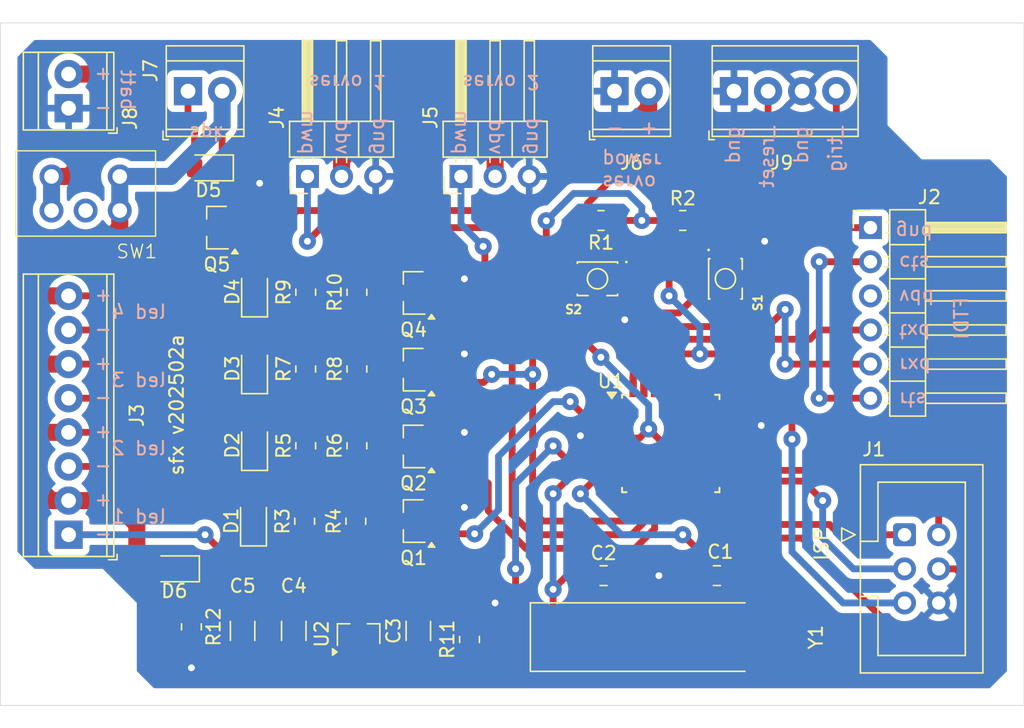
<source format=kicad_pcb>
(kicad_pcb (version 20240108) (generator "pcbnew") (generator_version "8.0")
  (layers (0 "F.Cu" signal) (31 "B.Cu" signal) (34 "B.Paste" user) (35 "F.Paste" user) (36 "B.SilkS" user "B.Silkscreen") (37 "F.SilkS" user "F.Silkscreen") (38 "B.Mask" user) (39 "F.Mask" user) (44 "Edge.Cuts" user))
  (net 0 "")
  (net 1 "GND")
  (net 2 "/xtal2")
  (net 3 "/xtal1")
  (net 4 "VDD")
  (net 5 "Net-(D6-K)")
  (net 6 "Net-(D1-K)")
  (net 7 "+BATT")
  (net 8 "Net-(D2-K)")
  (net 9 "Net-(D3-K)")
  (net 10 "Net-(D4-K)")
  (net 11 "/spk_pd")
  (net 12 "/_reset")
  (net 13 "/MOSI")
  (net 14 "/MISO")
  (net 15 "/SCK")
  (net 16 "/ftdi_Gnd")
  (net 17 "/ftdi_RXD")
  (net 18 "/ftdi_TXD")
  (net 19 "/ftdi_RTS")
  (net 20 "/ftdi_CTS")
  (net 21 "/ftdi_VDD")
  (net 22 "/led1-")
  (net 23 "/led3-")
  (net 24 "/led2-")
  (net 25 "/led4-")
  (net 26 "/ledctl3")
  (net 27 "/VddServo")
  (net 28 "/ledctl4")
  (net 29 "Net-(J8-Pin_2)")
  (net 30 "/trig")
  (net 31 "/RXD")
  (net 32 "/TXD")
  (net 33 "Net-(Q1-D)")
  (net 34 "/ledctl1")
  (net 35 "/ledctl2")
  (net 36 "Net-(Q2-D)")
  (net 37 "Net-(Q3-D)")
  (net 38 "Net-(Q4-D)")
  (net 39 "/spkctl")
  (footprint "NetTie:NetTie-2_SMD_Pad0.5mm" (layer "F.Cu") (at 173.863 75.565)
    (property "Reference" "NT4" (hide yes))
    (property "Value" "NetTie_2" (hide yes))
  )
  (footprint "Resistor_SMD:R_0805_2012Metric_Pad1.20x1.40mm_HandSolder" (layer "F.Cu") (at 125.349 92.583 -90)
    (property "Reference" "R12")
    (property "Value" "220k")
  )
  (footprint "Capacitor_SMD:C_0805_2012Metric_Pad1.18x1.45mm_HandSolder" (layer "F.Cu") (at 164.465 88.773 180)
    (property "Reference" "C1")
    (property "Value" "18p")
  )
  (footprint "NetTie:NetTie-2_SMD_Pad0.5mm" (layer "F.Cu") (at 172.085 62.865)
    (property "Reference" "NT1" (hide yes))
    (property "Value" "NetTie_2" (hide yes))
  )
  (footprint "LED_SMD:LED_0805_2012Metric_Pad1.15x1.40mm_HandSolder" (layer "F.Cu") (at 130.048 79.08 90)
    (property "Reference" "D2")
    (property "Value" "grn")
  )
  (footprint "Connector_PinHeader_2.54mm:PinHeader_1x06_P2.54mm_Horizontal" (layer "F.Cu") (at 175.895 62.865)
    (property "Reference" "J2")
    (property "Value" "FTDI")
  )
  (footprint "Package_TO_SOT_SMD:SOT-23_Handsoldering" (layer "F.Cu") (at 141.883 84.709 180)
    (property "Reference" "Q1")
    (property "Value" "BS170F")
  )
  (footprint "Capacitor_SMD:C_0805_2012Metric_Pad1.18x1.45mm_HandSolder" (layer "F.Cu") (at 156.03 88.773)
    (property "Reference" "C2")
    (property "Value" "18p")
  )
  (footprint "Connector_PinHeader_2.54mm:PinHeader_1x03_P2.54mm_Horizontal" (layer "F.Cu") (at 133.985 59.055 90)
    (property "Reference" "J4")
    (property "Value" "serv1")
  )
  (footprint "Resistor_SMD:R_0805_2012Metric_Pad1.20x1.40mm_HandSolder" (layer "F.Cu") (at 161.925 62.335)
    (property "Reference" "R2")
    (property "Value" "220k")
  )
  (footprint "Resistor_SMD:R_0805_2012Metric_Pad1.20x1.40mm_HandSolder" (layer "F.Cu") (at 133.858 67.675 90)
    (property "Reference" "R9")
    (property "Value" "4k7")
  )
  (footprint "Resistor_SMD:R_0805_2012Metric_Pad1.20x1.40mm_HandSolder" (layer "F.Cu") (at 137.668 79.105 90)
    (property "Reference" "R6")
    (property "Value" "1k")
  )
  (footprint "Package_TO_SOT_SMD:SOT-23_Handsoldering" (layer "F.Cu") (at 141.883 79.155 180)
    (property "Reference" "Q2")
    (property "Value" "BS170F")
  )
  (footprint "LED_SMD:LED_0805_2012Metric_Pad1.15x1.40mm_HandSolder" (layer "F.Cu") (at 129.969 84.7 90)
    (property "Reference" "D1")
    (property "Value" "grn")
  )
  (footprint "Package_TO_SOT_SMD:SOT-23_Handsoldering" (layer "F.Cu") (at 141.883 73.44 180)
    (property "Reference" "Q3")
    (property "Value" "BS170F")
  )
  (footprint "Resistor_SMD:R_0805_2012Metric_Pad1.20x1.40mm_HandSolder" (layer "F.Cu") (at 133.779 84.725 90)
    (property "Reference" "R3")
    (property "Value" "4k7")
  )
  (footprint "Capacitor_SMD:C_1206_3216Metric_Pad1.33x1.80mm_HandSolder" (layer "F.Cu") (at 129.159 92.885 -90)
    (property "Reference" "C5")
    (property "Value" "22u")
  )
  (footprint "Package_TO_SOT_SMD:SOT-23_Handsoldering" (layer "F.Cu") (at 141.883 67.725 180)
    (property "Reference" "Q4")
    (property "Value" "BS170F")
  )
  (footprint "Package_QFP:TQFP-32_7x7mm_P0.8mm" (layer "F.Cu") (at 161.03 78.935)
    (property "Reference" "U1")
    (property "Value" "328P")
  )
  (footprint "Package_TO_SOT_SMD:SOT-23_Handsoldering" (layer "F.Cu") (at 137.795 93.115 90)
    (property "Reference" "U2")
    (property "Value" "reg")
  )
  (footprint "Resistor_SMD:R_0805_2012Metric_Pad1.20x1.40mm_HandSolder" (layer "F.Cu") (at 137.668 73.39 90)
    (property "Reference" "R8")
    (property "Value" "1k")
  )
  (footprint "switch-smt-pb-Omron-B3U_1100P:SW_B3U-1100P" (layer "F.Cu") (at 155.575 66.675)
    (property "Reference" "S2")
    (property "Value" "rst")
  )
  (footprint "Resistor_SMD:R_0805_2012Metric_Pad1.20x1.40mm_HandSolder" (layer "F.Cu") (at 137.668 67.675 90)
    (property "Reference" "R10")
    (property "Value" "1k")
  )
  (footprint "NetTie:NetTie-2_SMD_Pad0.5mm" (layer "F.Cu") (at 172.593 73.025)
    (property "Reference" "NT3" (hide yes))
    (property "Value" "NetTie_2" (hide yes))
  )
  (footprint "Connector_PinHeader_2.54mm:PinHeader_1x03_P2.54mm_Horizontal" (layer "F.Cu") (at 145.415 59.055 90)
    (property "Reference" "J5")
    (property "Value" "serv2")
  )
  (footprint "Capacitor_SMD:C_1206_3216Metric_Pad1.33x1.80mm_HandSolder" (layer "F.Cu") (at 132.969 92.885 -90)
    (property "Reference" "C4")
    (property "Value" "22u")
  )
  (footprint "Capacitor_SMD:C_1206_3216Metric_Pad1.33x1.80mm_HandSolder" (layer "F.Cu") (at 142.24 92.885 90)
    (property "Reference" "C3")
    (property "Value" "10u")
  )
  (footprint "TerminalBlock_TE-Connectivity:TerminalBlock_TE_282834-8_1x08_P2.54mm_Horizontal" (layer "F.Cu") (at 116.205 85.725 90)
    (property "Reference" "J3")
    (property "Value" "LEDs")
  )
  (footprint "LED_SMD:LED_0805_2012Metric_Pad1.15x1.40mm_HandSolder" (layer "F.Cu") (at 130.048 73.365 90)
    (property "Reference" "D3")
    (property "Value" "grn")
  )
  (footprint "Diode_SMD:D_0805_2012Metric_Pad1.15x1.40mm_HandSolder" (layer "F.Cu") (at 124.079 88.265 180)
    (property "Reference" "D6")
    (property "Value" "sch")
  )
  (footprint "TerminalBlock_TE-Connectivity:TerminalBlock_TE_282834-2_1x02_P2.54mm_Horizontal" (layer "F.Cu") (at 156.845 52.705)
    (property "Reference" "J6")
    (property "Value" "servo")
  )
  (footprint "Resistor_SMD:R_0805_2012Metric_Pad1.20x1.40mm_HandSolder" (layer "F.Cu") (at 155.84 62.335 180)
    (property "Reference" "R1")
    (property "Value" "47k")
  )
  (footprint "Resistor_SMD:R_0805_2012Metric_Pad1.20x1.40mm_HandSolder" (layer "F.Cu") (at 133.858 79.105 90)
    (property "Reference" "R5")
    (property "Value" "4k7")
  )
  (footprint "switch-smt-pb-Omron-B3U_1100P:SW_B3U-1100P" (layer "F.Cu") (at 165.1 66.675 90)
    (property "Reference" "S1")
    (property "Value" "trig")
  )
  (footprint "MountingHole:MountingHole_3.5mm" (layer "F.Cu") (at 117.475 92.075 90)
    (property "Reference" "REF**" (hide yes))
    (property "Value" "MountingHole_3.5mm")
  )
  (footprint "LED_SMD:LED_0805_2012Metric_Pad1.15x1.40mm_HandSolder" (layer "F.Cu") (at 130.048 67.65 90)
    (property "Reference" "D4")
    (property "Value" "grn")
  )
  (footprint "Crystal:Crystal_SMD_HC49-SD_HandSoldering" (layer "F.Cu") (at 160.655 93.345)
    (property "Reference" "Y1")
    (property "Value" "16MHz")
  )
  (footprint "sw_ES02MCBE:Switch_Slide_SPST_CK_ES02MCBE" (layer "F.Cu") (at 114.935 61.595 90)
    (property "Reference" "SW1")
    (property "Value" "power")
  )
  (footprint "Package_TO_SOT_SMD:SOT-23_Handsoldering" (layer "F.Cu") (at 127.245 62.865 180)
    (property "Reference" "Q5")
    (property "Value" "BS170F")
  )
  (footprint "MountingHole:MountingHole_3.5mm" (layer "F.Cu") (at 180.975 53.975 -90)
    (property "Reference" "REF**" (hide yes))
    (property "Value" "MountingHole_3.5mm")
  )
  (footprint "Connector_IDC:IDC-Header_2x03_P2.54mm_Vertical" (layer "F.Cu") (at 178.435 85.725)
    (property "Reference" "J1")
    (property "Value" "ISP")
  )
  (footprint "Resistor_SMD:R_0805_2012Metric_Pad1.20x1.40mm_HandSolder" (layer "F.Cu") (at 133.858 73.39 90)
    (property "Reference" "R7")
    (property "Value" "4k7")
  )
  (footprint "Resistor_SMD:R_0805_2012Metric_Pad1.20x1.40mm_HandSolder" (layer "F.Cu") (at 137.589 84.725 90)
    (property "Reference" "R4")
    (property "Value" "1k")
  )
  (footprint "Resistor_SMD:R_0805_2012Metric_Pad1.20x1.40mm_HandSolder" (layer "F.Cu") (at 146.05 93.52 90)
    (property "Reference" "R11")
    (property "Value" "220k")
  )
  (footprint "TerminalBlock_TE-Connectivity:TerminalBlock_TE_282834-2_1x02_P2.54mm_Horizontal" (layer "F.Cu") (at 125.095 52.705)
    (property "Reference" "J7")
    (property "Value" "spk")
  )
  (footprint "NetTie:NetTie-2_SMD_Pad0.5mm" (layer "F.Cu") (at 172.593 70.485)
    (property "Reference" "NT2" (hide yes))
    (property "Value" "NetTie_2" (hide yes))
  )
  (footprint "TerminalBlock_TE-Connectivity:TerminalBlock_TE_282834-2_1x02_P2.54mm_Horizontal" (layer "F.Cu") (at 116.205 53.975 90)
    (property "Reference" "J8")
    (property "Value" "batt")
  )
  (footprint "Diode_SMD:D_0805_2012Metric_Pad1.15x1.40mm_HandSolder" (layer "F.Cu") (at 126.61 58.42 180)
    (property "Reference" "D5")
    (property "Value" "sch")
  )
  (footprint "TerminalBlock_TE-Connectivity:TerminalBlock_TE_282834-4_1x04_P2.54mm_Horizontal" (layer "F.Cu") (at 165.735 52.705)
    (property "Reference" "J9")
    (property "Value" "switch")
  )
  (gr_rect (start 111.125 47.625) (end 187.325 98.425) (stroke (width 0.05)) (fill none) (layer "Edge.Cuts"))
  (gr_text "led 3" (at 123.571 74.803 0) (layer "B.SilkS") (effects (font (size 1.016 1.016) (thickness 0.1524)) (justify left bottom mirror)))
  (gr_text "_trig" (at 173.863 55.245 90) (layer "B.SilkS") (effects (font (size 1.016 1.016) (thickness 0.1524)) (justify left bottom mirror)))
  (gr_text "+" (at 119.507 73.533 0) (layer "B.SilkS") (effects (font (size 1.016 1.016) (thickness 0.1524)) (justify left bottom mirror)))
  (gr_text "FTDI" (at 183.261 67.945 90) (layer "B.SilkS") (effects (font (size 1.016 1.016) (thickness 0.1524)) (justify left bottom mirror)))
  (gr_text "vdd" (at 147.447 57.531 -90) (layer "B.SilkS") (effects (font (size 1.016 1.016) (thickness 0.1524)) (justify left bottom mirror)))
  (gr_text "pwm" (at 133.477 57.531 -90) (layer "B.SilkS") (effects (font (size 1.016 1.016) (thickness 0.1524)) (justify left bottom mirror)))
  (gr_text "+" (at 160.147 56.007 0) (layer "B.SilkS") (effects (font (size 1.016 1.016) (thickness 0.1524)) (justify left bottom mirror)))
  (gr_text "vdd" (at 136.017 57.531 -90) (layer "B.SilkS") (effects (font (size 1.016 1.016) (thickness 0.1524)) (justify left bottom mirror)))
  (gr_text "txd" (at 177.927 69.977 180) (layer "B.SilkS") (effects (font (size 1.016 1.016) (thickness 0.1524)) (justify left bottom mirror)))
  (gr_text "-" (at 119.507 76.073 0) (layer "B.SilkS") (effects (font (size 1.016 1.016) (thickness 0.1524)) (justify left bottom mirror)))
  (gr_text "led 2" (at 123.571 79.883 0) (layer "B.SilkS") (effects (font (size 1.016 1.016) (thickness 0.1524)) (justify left bottom mirror)))
  (gr_text "+" (at 119.507 78.613 0) (layer "B.SilkS") (effects (font (size 1.016 1.016) (thickness 0.1524)) (justify left bottom mirror)))
  (gr_text "servo 2" (at 145.415 51.435 180) (layer "B.SilkS") (effects (font (size 1.016 1.016) (thickness 0.1524)) (justify left bottom mirror)))
  (gr_text "gnd" (at 171.323 55.245 90) (layer "B.SilkS") (effects (font (size 1.016 1.016) (thickness 0.1524)) (justify left bottom mirror)))
  (gr_text "-" (at 119.507 70.993 0) (layer "B.SilkS") (effects (font (size 1.016 1.016) (thickness 0.1524)) (justify left bottom mirror)))
  (gr_text "servo 1" (at 133.985 51.435 180) (layer "B.SilkS") (effects (font (size 1.016 1.016) (thickness 0.1524)) (justify left bottom mirror)))
  (gr_text "gnd" (at 138.811 57.531 -90) (layer "B.SilkS") (effects (font (size 1.016 1.016) (thickness 0.1524)) (justify left bottom mirror)))
  (gr_text "gnd" (at 166.243 55.245 90) (layer "B.SilkS") (effects (font (size 1.016 1.016) (thickness 0.1524)) (justify left bottom mirror)))
  (gr_text "spk" (at 125.095 55.245 180) (layer "B.SilkS") (effects (font (size 1.016 1.016) (thickness 0.1524)) (justify left bottom mirror)))
  (gr_text "gnd" (at 150.241 57.531 -90) (layer "B.SilkS") (effects (font (size 1.016 1.016) (thickness 0.1524)) (justify left bottom mirror)))
  (gr_text "rxd" (at 177.927 72.517 180) (layer "B.SilkS") (effects (font (size 1.016 1.016) (thickness 0.1524)) (justify left bottom mirror)))
  (gr_text "gnd" (at 177.673 62.611 180) (layer "B.SilkS") (effects (font (size 1.016 1.016) (thickness 0.1524)) (justify left bottom mirror)))
  (gr_text "-" (at 119.507 54.483 0) (layer "B.SilkS") (effects (font (size 1.016 1.016) (thickness 0.1524)) (justify left bottom mirror)))
  (gr_text "cts" (at 177.927 64.897 180) (layer "B.SilkS") (effects (font (size 1.016 1.016) (thickness 0.1524)) (justify left bottom mirror)))
  (gr_text "pwm" (at 144.907 57.531 -90) (layer "B.SilkS") (effects (font (size 1.016 1.016) (thickness 0.1524)) (justify left bottom mirror)))
  (gr_text "led 1" (at 123.571 84.963 0) (layer "B.SilkS") (effects (font (size 1.016 1.016) (thickness 0.1524)) (justify left bottom mirror)))
  (gr_text "servo\npower" (at 155.829 57.277 180) (layer "B.SilkS") (effects (font (size 1.016 1.016) (thickness 0.1524)) (justify left bottom mirror)))
  (gr_text "-" (at 157.607 56.007 0) (layer "B.SilkS") (effects (font (size 1.016 1.016) (thickness 0.1524)) (justify left bottom mirror)))
  (gr_text "rts" (at 177.927 75.057 180) (layer "B.SilkS") (effects (font (size 1.016 1.016) (thickness 0.1524)) (justify left bottom mirror)))
  (gr_text "batt" (at 120.015 54.229 -90) (layer "B.SilkS") (effects (font (size 1.016 1.016) (thickness 0.1524)) (justify left bottom mirror)))
  (gr_text "+" (at 119.507 51.943 0) (layer "B.SilkS") (effects (font (size 1.016 1.016) (thickness 0.1524)) (justify left bottom mirror)))
  (gr_text "led 4" (at 123.571 69.723 0) (layer "B.SilkS") (effects (font (size 1.016 1.016) (thickness 0.1524)) (justify left bottom mirror)))
  (gr_text "+" (at 119.507 83.693 0) (layer "B.SilkS") (effects (font (size 1.016 1.016) (thickness 0.1524)) (justify left bottom mirror)))
  (gr_text "-" (at 119.507 86.233 0) (layer "B.SilkS") (effects (font (size 1.016 1.016) (thickness 0.1524)) (justify left bottom mirror)))
  (gr_text "+" (at 119.507 68.453 0) (layer "B.SilkS") (effects (font (size 1.016 1.016) (thickness 0.1524)) (justify left bottom mirror)))
  (gr_text "_reset" (at 168.783 55.245 90) (layer "B.SilkS") (effects (font (size 1.016 1.016) (thickness 0.1524)) (justify left bottom mirror)))
  (gr_text "vdd" (at 177.927 67.437 180) (layer "B.SilkS") (effects (font (size 1.016 1.016) (thickness 0.1524)) (justify left bottom mirror)))
  (gr_text "-" (at 119.507 81.153 0) (layer "B.SilkS") (effects (font (size 1.016 1.016) (thickness 0.1524)) (justify left bottom mirror)))
  (gr_text "sfx v202502a" (at 124.841 81.407 90) (layer "F.SilkS") (effects (font (size 1.016 1.016) (thickness 0.1524)) (justify left bottom)))
  (gr_text "ISP" (at 172.847 87.757 90) (layer "F.SilkS") (effects (font (size 1.016 1.016) (thickness 0.1524)) (justify left bottom)))
  (segment (start 170.569 63.881) (end 171.585 62.865) (width 0.508) (layer "F.Cu") (net 1))
  (segment (start 157.607 69.723) (end 158.369 68.961) (width 0.508) (layer "F.Cu") (net 1))
  (segment (start 143.383 78.205) (end 145.569 78.205) (width 0.508) (layer "F.Cu") (net 1))
  (segment (start 145.569 66.775) (end 143.383 66.775) (width 0.508) (layer "F.Cu") (net 1))
  (segment (start 155.281 79.335) (end 154.305 78.359) (width 0.508) (layer "F.Cu") (net 1))
  (segment (start 126.349 94.615) (end 128.9915 94.615) (width 0.508) (layer "F.Cu") (net 1))
  (segment (start 146.05 91.186) (end 146.431 90.805) (width 0.508) (layer "F.Cu") (net 1))
  (segment (start 165.28 78.535) (end 166.829 78.535) (width 0.508) (layer "F.Cu") (net 1))
  (segment (start 168.021 63.881) (end 170.569 63.881) (width 0.508) (layer "F.Cu") (net 1))
  (segment (start 132.969 94.4475) (end 132.8825 94.4475) (width 0.508) (layer "F.Cu") (net 1))
  (segment (start 165.1 64.775) (end 165.1 64.77) (width 0.508) (layer "F.Cu") (net 1))
  (segment (start 165.1 64.77) (end 165.989 63.881) (width 0.508) (layer "F.Cu") (net 1))
  (segment (start 125.349 93.583) (end 125.349 93.615) (width 0.508) (layer "F.Cu") (net 1))
  (segment (start 136.845 95.057) (end 136.779 95.123) (width 0.508) (layer "F.Cu") (net 1))
  (segment (start 145.442 72.49) (end 145.669 72.263) (width 0.508) (layer "F.Cu") (net 1))
  (segment (start 160.147 88.773) (end 163.4275 88.773) (width 0.508) (layer "F.Cu") (net 1))
  (segment (start 143.383 83.759) (end 145.603 83.759) (width 0.508) (layer "F.Cu") (net 1))
  (segment (start 132.8825 94.4475) (end 132.207 95.123) (width 0.508) (layer "F.Cu") (net 1))
  (segment (start 166.829 78.535) (end 167.767 77.597) (width 0.508) (layer "F.Cu") (net 1))
  (segment (start 158.369 68.961) (end 158.369 67.569) (width 0.508) (layer "F.Cu") (net 1))
  (segment (start 168.021 65.913) (end 168.021 63.881) (width 0.508) (layer "F.Cu") (net 1))
  (segment (start 145.669 66.675) (end 145.569 66.775) (width 0.508) (layer "F.Cu") (net 1))
  (segment (start 156.78 77.735) (end 154.929 77.735) (width 0.508) (layer "F.Cu") (net 1))
  (segment (start 158.369 67.569) (end 157.475 66.675) (width 0.508) (layer "F.Cu") (net 1))
  (segment (start 145.569 78.205) (end 145.669 78.105) (width 0.508) (layer "F.Cu") (net 1))
  (segment (start 126.349 94.615) (end 126.349 94.631) (width 0.508) (layer "F.Cu") (net 1))
  (segment (start 157.0675 88.773) (end 160.147 88.773) (width 0.508) (layer "F.Cu") (net 1))
  (segment (start 133.6445 95.123) (end 132.969 94.4475) (width 0.508) (layer "F.Cu") (net 1))
  (segment (start 126.349 94.631) (end 125.349 95.631) (width 0.508) (layer "F.Cu") (net 1))
  (segment (start 156.78 79.335) (end 155.281 79.335) (width 0.508) (layer "F.Cu") (net 1))
  (segment (start 136.779 95.123) (end 133.6445 95.123) (width 0.508) (layer "F.Cu") (net 1))
  (segment (start 125.349 93.615) (end 126.349 94.615) (width 0.508) (layer "F.Cu") (net 1))
  (segment (start 146.05 91.186) (end 145.669 90.805) (width 0.508) (layer "F.Cu") (net 1))
  (segment (start 155.575 68.961) (end 155.575 68.475) (width 0.508) (layer "F.Cu") (net 1))
  (segment (start 132.207 95.123) (end 129.8345 95.123) (width 0.508) (layer "F.Cu") (net 1))
  (segment (start 168.021 63.881) (end 165.989 63.881) (width 0.508) (layer "F.Cu") (net 1))
  (segment (start 128.9915 94.615) (end 129.159 94.4475) (width 0.508) (layer "F.Cu") (net 1))
  (segment (start 142.6115 91.3225) (end 142.24 91.3225) (width 0.508) (layer "F.Cu") (net 1))
  (segment (start 130.429 61.341) (end 130.429 59.563) (width 0.508) (layer "F.Cu") (net 1))
  (segment (start 129.8345 95.123) (end 129.159 94.4475) (width 0.508) (layer "F.Cu") (net 1))
  (segment (start 128.745 61.915) (end 129.855 61.915) (width 0.508) (layer "F.Cu") (net 1))
  (segment (start 143.383 72.49) (end 145.442 72.49) (width 0.508) (layer "F.Cu") (net 1))
  (segment (start 145.669 90.805) (end 143.129 90.805) (width 0.508) (layer "F.Cu") (net 1))
  (segment (start 146.431 90.805) (end 147.955 90.805) (width 0.508) (layer "F.Cu") (net 1))
  (segment (start 156.337 69.723) (end 155.575 68.961) (width 0.508) (layer "F.Cu") (net 1))
  (segment (start 129.855 61.915) (end 130.429 61.341) (width 0.508) (layer "F.Cu") (net 1))
  (segment (start 157.607 69.723) (end 156.337 69.723) (width 0.508) (layer "F.Cu") (net 1))
  (segment (start 145.603 83.759) (end 145.669 83.693) (width 0.508) (layer "F.Cu") (net 1))
  (segment (start 136.845 94.615) (end 136.845 95.057) (width 0.508) (layer "F.Cu") (net 1))
  (segment (start 154.929 77.735) (end 154.305 78.359) (width 0.508) (layer "F.Cu") (net 1))
  (segment (start 167.259 66.675) (end 168.021 65.913) (width 0.508) (layer "F.Cu") (net 1))
  (segment (start 143.129 90.805) (end 142.6115 91.3225) (width 0.508) (layer "F.Cu") (net 1))
  (segment (start 166.9 66.675) (end 167.259 66.675) (width 0.508) (layer "F.Cu") (net 1))
  (segment (start 146.05 92.52) (end 146.05 91.186) (width 0.508) (layer "F.Cu") (net 1))
  (via (at 145.669 78.105) (size 1.27) (drill 0.508) (layers "F.Cu" "B.Cu") (net 1))
  (via (at 125.349 95.631) (size 1.27) (drill 0.508) (layers "F.Cu" "B.Cu") (net 1))
  (via (at 154.305 78.359) (size 1.27) (drill 0.508) (layers "F.Cu" "B.Cu") (net 1))
  (via (at 145.669 83.693) (size 1.27) (drill 0.508) (layers "F.Cu" "B.Cu") (net 1))
  (via (at 145.669 66.675) (size 1.27) (drill 0.508) (layers "F.Cu" "B.Cu") (net 1))
  (via (at 130.429 59.563) (size 1.27) (drill 0.508) (layers "F.Cu" "B.Cu") (net 1))
  (via (at 168.021 63.881) (size 1.27) (drill 0.508) (layers "F.Cu" "B.Cu") (net 1))
  (via (at 147.955 90.805) (size 1.27) (drill 0.508) (layers "F.Cu" "B.Cu") (net 1))
  (via (at 145.669 72.263) (size 1.27) (drill 0.508) (layers "F.Cu" "B.Cu") (net 1))
  (via (at 160.147 88.773) (size 1.27) (drill 0.508) (layers "F.Cu" "B.Cu") (net 1))
  (via (at 167.767 77.597) (size 1.27) (drill 0.508) (layers "F.Cu" "B.Cu") (net 1))
  (via (at 157.607 69.723) (size 1.27) (drill 0.508) (layers "F.Cu" "B.Cu") (net 1))
  (segment (start 167.767 87.503) (end 167.259 86.995) (width 0.508) (layer "F.Cu") (net 2))
  (segment (start 163.195 86.995) (end 161.925 85.725) (width 0.508) (layer "F.Cu") (net 2))
  (segment (start 156.78 81.735) (end 155.247 81.735) (width 0.508) (layer "F.Cu") (net 2))
  (segment (start 167.767 88.773) (end 165.5025 88.773) (width 0.508) (layer "F.Cu") (net 2))
  (segment (start 167.259 86.995) (end 163.195 86.995) (width 0.508) (layer "F.Cu") (net 2))
  (segment (start 169.037 93.345) (end 169.037 90.043) (width 0.508) (layer "F.Cu") (net 2))
  (segment (start 155.247 81.735) (end 154.305 82.677) (width 0.508) (layer "F.Cu") (net 2))
  (segment (start 166.5925 93.345) (end 169.037 93.345) (width 0.508) (layer "F.Cu") (net 2))
  (segment (start 169.037 90.043) (end 167.767 88.773) (width 0.508) (layer "F.Cu") (net 2))
  (segment (start 167.767 88.773) (end 167.767 87.503) (width 0.508) (layer "F.Cu") (net 2))
  (via (at 161.925 85.725) (size 1.27) (drill 0.508) (layers "F.Cu" "B.Cu") (net 2))
  (via (at 154.305 82.677) (size 1.27) (drill 0.508) (layers "F.Cu" "B.Cu") (net 2))
  (segment (start 157.353 85.725) (end 154.305 82.677) (width 0.508) (layer "B.Cu") (net 2))
  (segment (start 161.925 85.725) (end 157.353 85.725) (width 0.508) (layer "B.Cu") (net 2))
  (segment (start 152.273 93.345) (end 154.7175 93.345) (width 0.508) (layer "F.Cu") (net 3))
  (segment (start 152.273 82.677) (end 154.015 80.935) (width 0.508) (layer "F.Cu") (net 3))
  (segment (start 152.273 89.789) (end 152.273 93.345) (width 0.508) (layer "F.Cu") (net 3))
  (segment (start 152.273 89.789) (end 153.289 88.773) (width 0.508) (layer "F.Cu") (net 3))
  (segment (start 154.015 80.935) (end 156.78 80.935) (width 0.508) (layer "F.Cu") (net 3))
  (segment (start 153.289 88.773) (end 154.9925 88.773) (width 0.508) (layer "F.Cu") (net 3))
  (via (at 152.273 89.789) (size 1.27) (drill 0.508) (layers "F.Cu" "B.Cu") (net 3))
  (via (at 152.273 82.677) (size 1.27) (drill 0.508) (layers "F.Cu" "B.Cu") (net 3))
  (segment (start 152.273 82.677) (end 152.273 89.789) (width 0.508) (layer "B.Cu") (net 3))
  (segment (start 156.78 78.535) (end 158.701 78.535) (width 0.508) (layer "F.Cu") (net 4))
  (segment (start 159.385 77.851) (end 160.401 78.867) (width 0.508) (layer "F.Cu") (net 4))
  (segment (start 162.23 80.135) (end 163.03 80.935) (width 0.508) (layer "F.Cu") (net 4))
  (segment (start 160.401 78.867) (end 160.401 80.135) (width 0.508) (layer "F.Cu") (net 4))
  (segment (start 165.28 80.935) (end 178.217 80.935) (width 0.508) (layer "F.Cu") (net 4))
  (segment (start 146.05 94.52) (end 142.3125 94.52) (width 0.508) (layer "F.Cu") (net 4))
  (segment (start 138.811 95.123) (end 138.745 95.057) (width 0.508) (layer "F.Cu") (net 4))
  (segment (start 158.877 62.335) (end 160.925 62.335) (width 0.508) (layer "F.Cu") (net 4))
  (segment (start 178.217 80.935) (end 180.975 83.693) (width 0.508) (layer "F.Cu") (net 4))
  (segment (start 156.84 62.335) (end 158.877 62.335) (width 0.508) (layer "F.Cu") (net 4))
  (segment (start 158.701 78.535) (end 159.385 77.851) (width 0.508) (layer "F.Cu") (net 4))
  (segment (start 152.273 79.121) (end 153.287 80.135) (width 0.508) (layer "F.Cu") (net 4))
  (segment (start 151.765 68.453) (end 155.829 72.517) (width 0.508) (layer "F.Cu") (net 4))
  (segment (start 149.479 93.091) (end 149.479 88.773) (width 0.508) (layer "F.Cu") (net 4))
  (segment (start 142.3125 94.52) (end 142.24 94.4475) (width 0.508) (layer "F.Cu") (net 4))
  (segment (start 180.975 83.693) (end 180.975 85.725) (width 0.508) (layer "F.Cu") (net 4))
  (segment (start 160.401 80.135) (end 162.23 80.135) (width 0.508) (layer "F.Cu") (net 4))
  (segment (start 151.765 62.357) (end 151.765 67.945) (width 0.508) (layer "F.Cu") (net 4))
  (segment (start 148.971 93.599) (end 149.479 93.091) (width 0.508) (layer "F.Cu") (net 4))
  (segment (start 146.05 94.52) (end 148.05 94.52) (width 0.508) (layer "F.Cu") (net 4))
  (segment (start 159.639 80.135) (end 160.401 80.135) (width 0.508) (layer "F.Cu") (net 4))
  (segment (start 153.287 80.135) (end 156.78 80.135) (width 0.508) (layer "F.Cu") (net 4))
  (segment (start 148.05 94.52) (end 148.971 93.599) (width 0.508) (layer "F.Cu") (net 4))
  (segment (start 141.5645 95.123) (end 138.811 95.123) (width 0.508) (layer "F.Cu") (net 4))
  (segment (start 163.03 80.935) (end 165.28 80.935) (width 0.508) (layer "F.Cu") (net 4))
  (segment (start 149.479 88.773) (end 149.479 88.265) (width 0.508) (layer "F.Cu") (net 4))
  (segment (start 142.24 94.4475) (end 141.5645 95.123) (width 0.508) (layer "F.Cu") (net 4))
  (segment (start 151.765 67.945) (end 151.765 68.453) (width 0.508) (layer "F.Cu") (net 4))
  (segment (start 138.745 95.057) (end 138.745 94.615) (width 0.508) (layer "F.Cu") (net 4))
  (segment (start 156.78 80.135) (end 159.639 80.135) (width 0.508) (layer "F.Cu") (net 4))
  (via (at 151.765 62.357) (size 1.27) (drill 0.508) (layers "F.Cu" "B.Cu") (net 4))
  (via (at 155.829 72.517) (size 1.27) (drill 0.508) (layers "F.Cu" "B.Cu") (net 4))
  (via (at 152.273 79.121) (size 1.27) (drill 0.508) (layers "F.Cu" "B.Cu") (net 4))
  (via (at 149.479 88.265) (size 1.27) (drill 0.508) (layers "F.Cu" "B.Cu") (net 4))
  (via (at 159.385 77.851) (size 1.27) (drill 0.508) (layers "F.Cu" "B.Cu") (net 4))
  (via (at 158.877 62.335) (size 1.27) (drill 0.508) (layers "F.Cu" "B.Cu") (net 4))
  (segment (start 149.479 88.265) (end 149.479 81.915) (width 0.508) (layer "B.Cu") (net 4))
  (segment (start 159.385 77.851) (end 159.385 76.073) (width 0.508) (layer "B.Cu") (net 4))
  (segment (start 158.877 61.341) (end 157.861 60.325) (width 0.508) (layer "B.Cu") (net 4))
  (segment (start 149.479 81.915) (end 152.273 79.121) (width 0.508) (layer "B.Cu") (net 4))
  (segment (start 153.797 60.325) (end 151.765 62.357) (width 0.508) (layer "B.Cu") (net 4))
  (segment (start 159.385 76.073) (end 155.829 72.517) (width 0.508) (layer "B.Cu") (net 4))
  (segment (start 158.877 62.335) (end 158.877 61.341) (width 0.508) (layer "B.Cu") (net 4))
  (segment (start 157.861 60.325) (end 153.797 60.325) (width 0.508) (layer "B.Cu") (net 4))
  (segment (start 132.969 91.3225) (end 132.7245 91.3225) (width 0.508) (layer "F.Cu") (net 5))
  (segment (start 127.381 89.789) (end 125.349 89.789) (width 0.508) (layer "F.Cu") (net 5))
  (segment (start 137.795 91.059) (end 137.541 90.805) (width 0.508) (layer "F.Cu") (net 5))
  (segment (start 125.349 91.583) (end 125.349 89.789) (width 0.508) (layer "F.Cu") (net 5))
  (segment (start 129.921 90.805) (end 129.4035 91.3225) (width 0.508) (layer "F.Cu") (net 5))
  (segment (start 132.7245 91.3225) (end 132.207 90.805) (width 0.508) (layer "F.Cu") (net 5))
  (segment (start 137.795 91.615) (end 137.795 91.059) (width 0.508) (layer "F.Cu") (net 5))
  (segment (start 129.4035 91.3225) (end 129.159 91.3225) (width 0.508) (layer "F.Cu") (net 5))
  (segment (start 125.349 88.51) (end 125.104 88.265) (width 0.508) (layer "F.Cu") (net 5))
  (segment (start 133.477 90.805) (end 132.969 91.313) (width 0.508) (layer "F.Cu") (net 5))
  (segment (start 125.349 89.789) (end 125.349 88.51) (width 0.508) (layer "F.Cu") (net 5))
  (segment (start 137.541 90.805) (end 133.477 90.805) (width 0.508) (layer "F.Cu") (net 5))
  (segment (start 129.159 91.3225) (end 128.9145 91.3225) (width 0.508) (layer "F.Cu") (net 5))
  (segment (start 128.9145 91.3225) (end 127.381 89.789) (width 0.508) (layer "F.Cu") (net 5))
  (segment (start 132.207 90.805) (end 129.921 90.805) (width 0.508) (layer "F.Cu") (net 5))
  (segment (start 132.969 91.313) (end 132.969 91.3225) (width 0.508) (layer "F.Cu") (net 5))
  (segment (start 129.969 85.725) (end 133.779 85.725) (width 0.508) (layer "F.Cu") (net 6))
  (segment (start 127.635 58.42) (end 127.635 52.705) (width 0.508) (layer "F.Cu") (net 7))
  (segment (start 113.665 78.105) (end 113.665 73.025) (width 1.27) (layer "F.Cu") (net 7))
  (segment (start 129.903 83.675) (end 129.159 82.931) (width 0.508) (layer "F.Cu") (net 7))
  (segment (start 129.871 66.625) (end 129.159 65.913) (width 0.508) (layer "F.Cu") (net 7))
  (segment (start 120.015 62.865) (end 120.015 61.595) (width 1.27) (layer "F.Cu") (net 7))
  (segment (start 114.935 64.135) (end 118.745 64.135) (width 1.27) (layer "F.Cu") (net 7))
  (segment (start 113.665 73.025) (end 113.665 67.945) (width 1.27) (layer "F.Cu") (net 7))
  (segment (start 123.317 82.931) (end 121.285 84.963) (width 0.508) (layer "F.Cu") (net 7))
  (segment (start 119.507 83.185) (end 116.205 83.185) (width 1.27) (layer "F.Cu") (net 7))
  (segment (start 123.825 71.755) (end 122.555 73.025) (width 0.508) (layer "F.Cu") (net 7))
  (segment (start 113.665 65.405) (end 114.935 64.135) (width 1.27) (layer "F.Cu") (net 7))
  (segment (start 113.665 81.915) (end 113.665 78.105) (width 1.27) (layer "F.Cu") (net 7))
  (segment (start 129.159 65.913) (end 124.587 65.913) (width 0.508) (layer "F.Cu") (net 7))
  (segment (start 116.205 78.105) (end 113.665 78.105) (width 1.27) (layer "F.Cu") (net 7))
  (segment (start 129.871 78.055) (end 129.159 77.343) (width 0.508) (layer "F.Cu") (net 7))
  (segment (start 116.205 67.945) (end 113.665 67.945) (width 1.27) (layer "F.Cu") (net 7))
  (segment (start 116.205 73.025) (end 113.665 73.025) (width 1.27) (layer "F.Cu") (net 7))
  (segment (start 130.048 78.055) (end 129.871 78.055) (width 0.508) (layer "F.Cu") (net 7))
  (segment (start 122.301 78.105) (end 116.205 78.105) (width 0.508) (layer "F.Cu") (net 7))
  (segment (start 130.048 72.34) (end 129.744 72.34) (width 0.508) (layer "F.Cu") (net 7))
  (segment (start 129.744 72.34) (end 129.159 71.755) (width 0.508) (layer "F.Cu") (net 7))
  (segment (start 114.935 83.185) (end 113.665 81.915) (width 1.27) (layer "F.Cu") (net 7))
  (segment (start 121.285 84.963) (end 119.507 83.185) (width 1.27) (layer "F.Cu") (net 7))
  (segment (start 129.159 77.343) (end 123.063 77.343) (width 0.508) (layer "F.Cu") (net 7))
  (segment (start 122.555 67.945) (end 116.205 67.945) (width 0.508) (layer "F.Cu") (net 7))
  (segment (start 130.048 66.625) (end 129.871 66.625) (width 0.508) (layer "F.Cu") (net 7))
  (segment (start 121.285 87.249) (end 121.285 84.963) (width 1.27) (layer "F.Cu") (net 7))
  (segment (start 116.205 83.185) (end 114.935 83.185) (width 1.27) (layer "F.Cu") (net 7))
  (segment (start 123.054 88.265) (end 122.301 88.265) (width 1.27) (layer "F.Cu") (net 7))
  (segment (start 118.745 64.135) (end 120.015 62.865) (width 1.27) (layer "F.Cu") (net 7))
  (segment (start 129.969 83.675) (end 129.903 83.675) (width 0.508) (layer "F.Cu") (net 7))
  (segment (start 129.159 71.755) (end 123.825 71.755) (width 0.508) (layer "F.Cu") (net 7))
  (segment (start 124.587 65.913) (end 122.555 67.945) (width 0.508) (layer "F.Cu") (net 7))
  (segment (start 122.555 73.025) (end 116.205 73.025) (width 0.508) (layer "F.Cu") (net 7))
  (segment (start 129.159 82.931) (end 123.317 82.931) (width 0.508) (layer "F.Cu") (net 7))
  (segment (start 113.665 67.945) (end 113.665 65.405) (width 1.27) (layer "F.Cu") (net 7))
  (segment (start 123.063 77.343) (end 122.301 78.105) (width 0.508) (layer "F.Cu") (net 7))
  (segment (start 122.301 88.265) (end 121.285 87.249) (width 1.27) (layer "F.Cu") (net 7))
  (segment (start 127.635 55.245) (end 127.635 52.705) (width 1.27) (layer "B.Cu") (net 7))
  (segment (start 120.015 61.595) (end 120.015 59.055) (width 1.27) (layer "B.Cu") (net 7))
  (segment (start 120.015 59.055) (end 123.825 59.055) (width 1.27) (layer "B.Cu") (net 7))
  (segment (start 123.825 59.055) (end 127.635 55.245) (width 1.27) (layer "B.Cu") (net 7))
  (segment (start 130.048 80.105) (end 133.858 80.105) (width 0.508) (layer "F.Cu") (net 8))
  (segment (start 130.048 74.39) (end 133.858 74.39) (width 0.508) (layer "F.Cu") (net 9))
  (segment (start 130.048 68.675) (end 133.858 68.675) (width 0.508) (layer "F.Cu") (net 10))
  (segment (start 125.585 58.42) (end 125.585 62.705) (width 0.508) (layer "F.Cu") (net 11))
  (segment (start 125.585 55.735) (end 125.095 55.245) (width 0.508) (layer "F.Cu") (net 11))
  (segment (start 125.095 55.245) (end 125.095 52.705) (width 0.508) (layer "F.Cu") (net 11))
  (segment (start 125.585 58.42) (end 125.585 55.735) (width 0.508) (layer "F.Cu") (net 11))
  (segment (start 125.585 62.705) (end 125.745 62.865) (width 0.508) (layer "F.Cu") (net 11))
  (segment (start 153.675 63.5) (end 154.84 62.335) (width 0.508) (layer "F.Cu") (net 12))
  (segment (start 158.115 57.785) (end 165.735 57.785) (width 0.508) (layer "F.Cu") (net 12))
  (segment (start 153.675 64.389) (end 159.639 64.389) (width 0.508) (layer "F.Cu") (net 12))
  (segment (start 154.84 61.06) (end 158.115 57.785) (width 0.508) (layer "F.Cu") (net 12))
  (segment (start 165.735 57.785) (end 168.275 55.245) (width 0.508) (layer "F.Cu") (net 12))
  (segment (start 168.275 55.245) (end 168.275 52.705) (width 0.508) (layer "F.Cu") (net 12))
  (segment (start 170.053 76.581) (end 170.053 78.613) (width 0.508) (layer "F.Cu") (net 12))
  (segment (start 160.909 65.659) (end 160.909 67.945) (width 0.508) (layer "F.Cu") (net 12))
  (segment (start 160.63 74.685) (end 160.63 73.304) (width 0.508) (layer "F.Cu") (net 12))
  (segment (start 163.195 72.263) (end 165.735 72.263) (width 0.508) (layer "F.Cu") (net 12))
  (segment (start 154.84 62.335) (end 154.84 61.06) (width 0.508) (layer "F.Cu") (net 12))
  (segment (start 153.675 64.389) (end 153.675 63.5) (width 0.508) (layer "F.Cu") (net 12))
  (segment (start 159.639 64.389) (end 160.909 65.659) (width 0.508) (layer "F.Cu") (net 12))
  (segment (start 153.675 66.675) (end 153.675 64.389) (width 0.508) (layer "F.Cu") (net 12))
  (segment (start 160.63 73.304) (end 161.671 72.263) (width 0.508) (layer "F.Cu") (net 12))
  (segment (start 165.735 72.263) (end 170.053 76.581) (width 0.508) (layer "F.Cu") (net 12))
  (segment (start 161.671 72.263) (end 163.195 72.263) (width 0.508) (layer "F.Cu") (net 12))
  (via (at 170.053 78.613) (size 1.27) (drill 0.508) (layers "F.Cu" "B.Cu") (net 12))
  (via (at 163.195 72.263) (size 1.27) (drill 0.508) (layers "F.Cu" "B.Cu") (net 12))
  (via (at 160.909 67.945) (size 1.27) (drill 0.508) (layers "F.Cu" "B.Cu") (net 12))
  (segment (start 170.053 86.995) (end 173.863 90.805) (width 0.508) (layer "B.Cu") (net 12))
  (segment (start 160.909 67.945) (end 163.195 70.231) (width 0.508) (layer "B.Cu") (net 12))
  (segment (start 163.195 70.231) (end 163.195 72.263) (width 0.508) (layer "B.Cu") (net 12))
  (segment (start 170.053 78.613) (end 170.053 86.995) (width 0.508) (layer "B.Cu") (net 12))
  (segment (start 173.863 90.805) (end 178.435 90.805) (width 0.508) (layer "B.Cu") (net 12))
  (segment (start 163.03 84.544) (end 164.465 85.979) (width 0.508) (layer "F.Cu") (net 13))
  (segment (start 182.753 91.821) (end 181.991 92.583) (width 0.508) (layer "F.Cu") (net 13))
  (segment (start 181.991 92.583) (end 177.419 92.583) (width 0.508) (layer "F.Cu") (net 13))
  (segment (start 180.975 88.265) (end 182.245 88.265) (width 0.508) (layer "F.Cu") (net 13))
  (segment (start 177.419 92.583) (end 170.815 85.979) (width 0.508) (layer "F.Cu") (net 13))
  (segment (start 163.03 83.185) (end 163.03 84.544) (width 0.508) (layer "F.Cu") (net 13))
  (segment (start 182.753 88.773) (end 182.753 91.821) (width 0.508) (layer "F.Cu") (net 13))
  (segment (start 164.465 85.979) (end 170.815 85.979) (width 0.508) (layer "F.Cu") (net 13))
  (segment (start 182.245 88.265) (end 182.753 88.773) (width 0.508) (layer "F.Cu") (net 13))
  (segment (start 164.719 84.963) (end 172.847 84.963) (width 0.508) (layer "F.Cu") (net 14))
  (segment (start 173.609 85.725) (end 178.435 85.725) (width 0.508) (layer "F.Cu") (net 14))
  (segment (start 172.847 84.963) (end 173.609 85.725) (width 0.508) (layer "F.Cu") (net 14))
  (segment (start 163.83 84.074) (end 164.719 84.963) (width 0.508) (layer "F.Cu") (net 14))
  (segment (start 163.83 83.185) (end 163.83 84.074) (width 0.508) (layer "F.Cu") (net 14))
  (segment (start 172.339 83.185) (end 170.889 81.735) (width 0.508) (layer "F.Cu") (net 15))
  (segment (start 170.889 81.735) (end 165.28 81.735) (width 0.508) (layer "F.Cu") (net 15))
  (via (at 172.339 83.185) (size 1.27) (drill 0.508) (layers "F.Cu" "B.Cu") (net 15))
  (segment (start 174.625 88.265) (end 178.435 88.265) (width 0.508) (layer "B.Cu") (net 15))
  (segment (start 172.339 85.979) (end 174.625 88.265) (width 0.508) (layer "B.Cu") (net 15))
  (segment (start 172.339 83.185) (end 172.339 85.979) (width 0.508) (layer "B.Cu") (net 15))
  (segment (start 175.895 62.865) (end 172.585 62.865) (width 0.508) (layer "F.Cu") (net 16))
  (segment (start 175.895 73.025) (end 173.093 73.025) (width 0.508) (layer "F.Cu") (net 17))
  (segment (start 175.895 70.485) (end 173.093 70.485) (width 0.508) (layer "F.Cu") (net 18))
  (segment (start 175.895 75.565) (end 174.363 75.565) (width 0.508) (layer "F.Cu") (net 19))
  (segment (start 175.895 65.405) (end 172.085 65.405) (width 0.508) (layer "F.Cu") (net 20))
  (segment (start 173.363 75.565) (end 172.085 75.565) (width 0.508) (layer "F.Cu") (net 20))
  (via (at 172.085 75.565) (size 1.27) (drill 0.508) (layers "F.Cu" "B.Cu") (net 20))
  (via (at 172.085 65.405) (size 1.27) (drill 0.508) (layers "F.Cu" "B.Cu") (net 20))
  (segment (start 172.085 65.405) (end 172.085 75.565) (width 0.508) (layer "B.Cu") (net 20))
  (segment (start 127.889 87.249) (end 126.365 85.725) (width 0.508) (layer "F.Cu") (net 22))
  (segment (start 137.589 85.725) (end 137.589 86.693) (width 0.508) (layer "F.Cu") (net 22))
  (segment (start 137.033 87.249) (end 127.889 87.249) (width 0.508) (layer "F.Cu") (net 22))
  (segment (start 137.589 86.693) (end 137.033 87.249) (width 0.508) (layer "F.Cu") (net 22))
  (via (at 126.365 85.725) (size 1.27) (drill 0.508) (layers "F.Cu" "B.Cu") (net 22))
  (segment (start 126.365 85.725) (end 116.205 85.725) (width 0.508) (layer "B.Cu") (net 22))
  (segment (start 136.017 76.073) (end 123.063 76.073) (width 0.508) (layer "F.Cu") (net 23))
  (segment (start 137.668 74.39) (end 137.668 74.422) (width 0.508) (layer "F.Cu") (net 23))
  (segment (start 123.063 76.073) (end 122.555 75.565) (width 0.508) (layer "F.Cu") (net 23))
  (segment (start 122.555 75.565) (end 116.205 75.565) (width 0.508) (layer "F.Cu") (net 23))
  (segment (start 137.668 74.422) (end 136.017 76.073) (width 0.508) (layer "F.Cu") (net 23))
  (segment (start 136.017 81.661) (end 123.317 81.661) (width 0.508) (layer "F.Cu") (net 24))
  (segment (start 137.573 80.105) (end 136.017 81.661) (width 0.508) (layer "F.Cu") (net 24))
  (segment (start 122.301 80.645) (end 116.205 80.645) (width 0.508) (layer "F.Cu") (net 24))
  (segment (start 123.317 81.661) (end 122.301 80.645) (width 0.508) (layer "F.Cu") (net 24))
  (segment (start 137.668 80.105) (end 137.573 80.105) (width 0.508) (layer "F.Cu") (net 24))
  (segment (start 137.573 68.675) (end 135.763 70.485) (width 0.508) (layer "F.Cu") (net 25))
  (segment (start 135.763 70.485) (end 116.205 70.485) (width 0.508) (layer "F.Cu") (net 25))
  (segment (start 137.668 68.675) (end 137.573 68.675) (width 0.508) (layer "F.Cu") (net 25))
  (segment (start 158.23 84.34) (end 158.23 83.185) (width 0.508) (layer "F.Cu") (net 26))
  (segment (start 135.001 62.865) (end 133.985 63.881) (width 0.508) (layer "F.Cu") (net 26))
  (segment (start 148.717 63.881) (end 147.701 62.865) (width 0.508) (layer "F.Cu") (net 26))
  (segment (start 147.098 74.39) (end 147.701 73.787) (width 0.508) (layer "F.Cu") (net 26))
  (segment (start 151.511 84.709) (end 157.861 84.709) (width 0.508) (layer "F.Cu") (net 26))
  (segment (start 150.749 72.263) (end 148.717 70.231) (width 0.508) (layer "F.Cu") (net 26))
  (segment (start 150.749 73.787) (end 150.749 83.947) (width 0.508) (layer "F.Cu") (net 26))
  (segment (start 157.861 84.709) (end 158.23 84.34) (width 0.508) (layer "F.Cu") (net 26))
  (segment (start 150.749 73.787) (end 150.749 72.263) (width 0.508) (layer "F.Cu") (net 26))
  (segment (start 147.701 62.865) (end 135.001 62.865) (width 0.508) (layer "F.Cu") (net 26))
  (segment (start 148.717 70.231) (end 148.717 63.881) (width 0.508) (layer "F.Cu") (net 26))
  (segment (start 143.383 74.39) (end 147.098 74.39) (width 0.508) (layer "F.Cu") (net 26))
  (segment (start 150.749 83.947) (end 151.511 84.709) (width 0.508) (layer "F.Cu") (net 26))
  (via (at 147.701 73.787) (size 1.27) (drill 0.508) (layers "F.Cu" "B.Cu") (net 26))
  (via (at 150.749 73.787) (size 1.27) (drill 0.508) (layers "F.Cu" "B.Cu") (net 26))
  (via (at 133.985 63.881) (size 1.27) (drill 0.508) (layers "F.Cu" "B.Cu") (net 26))
  (segment (start 147.701 73.787) (end 150.749 73.787) (width 0.508) (layer "B.Cu") (net 26))
  (segment (start 133.985 63.881) (end 133.985 59.055) (width 0.508) (layer "B.Cu") (net 26))
  (segment (start 158.115 55.245) (end 159.385 53.975) (width 1.27) (layer "F.Cu") (net 27))
  (segment (start 136.525 57.785) (end 139.065 55.245) (width 1.27) (layer "F.Cu") (net 27))
  (segment (start 159.385 53.975) (end 159.385 52.705) (width 1.27) (layer "F.Cu") (net 27))
  (segment (start 139.065 55.245) (end 146.685 55.245) (width 1.27) (layer "F.Cu") (net 27))
  (segment (start 147.955 59.055) (end 147.955 55.245) (width 1.27) (layer "F.Cu") (net 27))
  (segment (start 146.685 55.245) (end 147.955 55.245) (width 1.27) (layer "F.Cu") (net 27))
  (segment (start 147.955 55.245) (end 158.115 55.245) (width 1.27) (layer "F.Cu") (net 27))
  (segment (start 136.525 59.055) (end 136.525 57.785) (width 1.27) (layer "F.Cu") (net 27))
  (segment (start 149.225 72.263) (end 149.225 84.201) (width 0.508) (layer "F.Cu") (net 28))
  (segment (start 146.431 69.469) (end 147.193 68.707) (width 0.508) (layer "F.Cu") (net 28))
  (segment (start 146.431 69.469) (end 149.225 72.263) (width 0.508) (layer "F.Cu") (net 28))
  (segment (start 145.637 68.675) (end 146.431 69.469) (width 0.508) (layer "F.Cu") (net 28))
  (segment (start 159.03 84.81) (end 159.03 83.185) (width 0.508) (layer "F.Cu") (net 28))
  (segment (start 143.383 68.675) (end 145.637 68.675) (width 0.508) (layer "F.Cu") (net 28))
  (segment (start 145.415 59.055) (end 145.415 59.309) (width 0.508) (layer "F.Cu") (net 28))
  (segment (start 149.225 84.201) (end 150.749 85.725) (width 0.508) (layer "F.Cu") (net 28))
  (segment (start 150.749 85.725) (end 158.115 85.725) (width 0.508) (layer "F.Cu") (net 28))
  (segment (start 158.115 85.725) (end 159.03 84.81) (width 0.508) (layer "F.Cu") (net 28))
  (segment (start 147.193 64.389) (end 147.193 68.707) (width 0.508) (layer "F.Cu") (net 28))
  (segment (start 147.066 64.262) (end 147.193 64.389) (width 0.508) (layer "F.Cu") (net 28))
  (via (at 147.066 64.262) (size 1.27) (drill 0.508) (layers "F.Cu" "B.Cu") (net 28))
  (segment (start 145.415 62.611) (end 145.415 59.055) (width 0.508) (layer "B.Cu") (net 28))
  (segment (start 147.066 64.262) (end 145.415 62.611) (width 0.508) (layer "B.Cu") (net 28))
  (segment (start 120.015 52.705) (end 118.745 51.435) (width 1.27) (layer "F.Cu") (net 29))
  (segment (start 116.205 59.055) (end 120.015 55.245) (width 1.27) (layer "F.Cu") (net 29))
  (segment (start 120.015 55.245) (end 120.015 52.705) (width 1.27) (layer "F.Cu") (net 29))
  (segment (start 118.745 51.435) (end 116.205 51.435) (width 1.27) (layer "F.Cu") (net 29))
  (segment (start 114.935 59.055) (end 116.205 59.055) (width 1.27) (layer "F.Cu") (net 29))
  (segment (start 114.935 61.595) (end 114.935 59.055) (width 1.27) (layer "B.Cu") (net 29))
  (segment (start 161.639 69.215) (end 162.925 67.929) (width 0.508) (layer "F.Cu") (net 30))
  (segment (start 162.925 62.335) (end 162.925 67.929) (width 0.508) (layer "F.Cu") (net 30))
  (segment (start 163.571 68.575) (end 165.1 68.575) (width 0.508) (layer "F.Cu") (net 30))
  (segment (start 162.925 67.929) (end 163.571 68.575) (width 0.508) (layer "F.Cu") (net 30))
  (segment (start 162.925 62.335) (end 166.265 62.335) (width 0.508) (layer "F.Cu") (net 30))
  (segment (start 160.401 69.215) (end 161.639 69.215) (width 0.508) (layer "F.Cu") (net 30))
  (segment (start 166.265 62.335) (end 173.355 55.245) (width 0.508) (layer "F.Cu") (net 30))
  (segment (start 158.23 71.386) (end 160.401 69.215) (width 0.508) (layer "F.Cu") (net 30))
  (segment (start 173.355 55.245) (end 173.355 52.705) (width 0.508) (layer "F.Cu") (net 30))
  (segment (start 158.23 74.685) (end 158.23 71.386) (width 0.508) (layer "F.Cu") (net 30))
  (segment (start 171.404 71.174) (end 172.093 70.485) (width 0.508) (layer "F.Cu") (net 31))
  (segment (start 159.83 72.58) (end 161.236 71.174) (width 0.508) (layer "F.Cu") (net 31))
  (segment (start 159.83 74.685) (end 159.83 72.58) (width 0.508) (layer "F.Cu") (net 31))
  (segment (start 161.236 71.174) (end 171.404 71.174) (width 0.508) (layer "F.Cu") (net 31))
  (segment (start 168.275 70.231) (end 169.545 68.961) (width 0.508) (layer "F.Cu") (net 32))
  (segment (start 160.909 70.231) (end 168.275 70.231) (width 0.508) (layer "F.Cu") (net 32))
  (segment (start 159.03 74.685) (end 159.03 72.11) (width 0.508) (layer "F.Cu") (net 32))
  (segment (start 169.545 73.025) (end 172.093 73.025) (width 0.508) (layer "F.Cu") (net 32))
  (segment (start 159.03 72.11) (end 160.909 70.231) (width 0.508) (layer "F.Cu") (net 32))
  (via (at 169.545 68.961) (size 1.27) (drill 0.508) (layers "F.Cu" "B.Cu") (net 32))
  (via (at 169.545 73.025) (size 1.27) (drill 0.508) (layers "F.Cu" "B.Cu") (net 32))
  (segment (start 169.545 68.961) (end 169.545 73.025) (width 0.508) (layer "B.Cu") (net 32))
  (segment (start 137.589 83.725) (end 138.891 83.725) (width 0.508) (layer "F.Cu") (net 33))
  (segment (start 139.875 84.709) (end 140.383 84.709) (width 0.508) (layer "F.Cu") (net 33))
  (segment (start 138.891 83.725) (end 139.875 84.709) (width 0.508) (layer "F.Cu") (net 33))
  (segment (start 133.779 83.725) (end 137.589 83.725) (width 0.508) (layer "F.Cu") (net 33))
  (segment (start 154.659 76.935) (end 156.78 76.935) (width 0.508) (layer "F.Cu") (net 34))
  (segment (start 146.431 85.659) (end 143.383 85.659) (width 0.508) (layer "F.Cu") (net 34))
  (segment (start 153.543 75.819) (end 154.659 76.935) (width 0.508) (layer "F.Cu") (net 34))
  (via (at 146.431 85.659) (size 1.27) (drill 0.508) (layers "F.Cu" "B.Cu") (net 34))
  (via (at 153.543 75.819) (size 1.27) (drill 0.508) (layers "F.Cu" "B.Cu") (net 34))
  (segment (start 152.273 75.819) (end 153.543 75.819) (width 0.508) (layer "B.Cu") (net 34))
  (segment (start 146.431 85.659) (end 148.209 83.881) (width 0.508) (layer "B.Cu") (net 34))
  (segment (start 148.209 83.881) (end 148.209 79.883) (width 0.508) (layer "B.Cu") (net 34))
  (segment (start 148.209 79.883) (end 152.273 75.819) (width 0.508) (layer "B.Cu") (net 34))
  (segment (start 150.241 86.741) (end 147.447 83.947) (width 0.508) (layer "F.Cu") (net 35))
  (segment (start 159.83 85.28) (end 158.369 86.741) (width 0.508) (layer "F.Cu") (net 35))
  (segment (start 147.447 81.915) (end 147.447 83.947) (width 0.508) (layer "F.Cu") (net 35))
  (segment (start 158.369 86.741) (end 150.241 86.741) (width 0.508) (layer "F.Cu") (net 35))
  (segment (start 145.637 80.105) (end 143.383 80.105) (width 0.508) (layer "F.Cu") (net 35))
  (segment (start 145.637 80.105) (end 147.447 81.915) (width 0.508) (layer "F.Cu") (net 35))
  (segment (start 159.83 83.185) (end 159.83 85.28) (width 0.508) (layer "F.Cu") (net 35))
  (segment (start 139.909 79.155) (end 138.859 78.105) (width 0.508) (layer "F.Cu") (net 36))
  (segment (start 138.859 78.105) (end 137.668 78.105) (width 0.508) (layer "F.Cu") (net 36))
  (segment (start 140.383 79.155) (end 139.909 79.155) (width 0.508) (layer "F.Cu") (net 36))
  (segment (start 133.858 78.105) (end 137.668 78.105) (width 0.508) (layer "F.Cu") (net 36))
  (segment (start 140.383 73.44) (end 139.782 73.44) (width 0.508) (layer "F.Cu") (net 37))
  (segment (start 133.858 72.39) (end 137.668 72.39) (width 0.508) (layer "F.Cu") (net 37))
  (segment (start 139.782 73.44) (end 138.732 72.39) (width 0.508) (layer "F.Cu") (net 37))
  (segment (start 138.732 72.39) (end 137.668 72.39) (width 0.508) (layer "F.Cu") (net 37))
  (segment (start 133.858 66.675) (end 137.668 66.675) (width 0.508) (layer "F.Cu") (net 38))
  (segment (start 138.859 66.675) (end 139.909 67.725) (width 0.508) (layer "F.Cu") (net 38))
  (segment (start 137.668 66.675) (end 138.859 66.675) (width 0.508) (layer "F.Cu") (net 38))
  (segment (start 139.909 67.725) (end 140.383 67.725) (width 0.508) (layer "F.Cu") (net 38))
  (segment (start 155.637 76.135) (end 156.78 76.135) (width 0.508) (layer "F.Cu") (net 39))
  (segment (start 131.003 63.815) (end 133.223 61.595) (width 0.508) (layer "F.Cu") (net 39))
  (segment (start 149.733 63.373) (end 149.733 68.453) (width 0.508) (layer "F.Cu") (net 39))
  (segment (start 155.321 75.819) (end 155.637 76.135) (width 0.508) (layer "F.Cu") (net 39))
  (segment (start 149.733 68.453) (end 155.321 74.041) (width 0.508) (layer "F.Cu") (net 39))
  (segment (start 147.955 61.595) (end 149.733 63.373) (width 0.508) (layer "F.Cu") (net 39))
  (segment (start 128.745 63.815) (end 131.003 63.815) (width 0.508) (layer "F.Cu") (net 39))
  (segment (start 155.321 74.041) (end 155.321 75.819) (width 0.508) (layer "F.Cu") (net 39))
  (segment (start 133.223 61.595) (end 147.955 61.595) (width 0.508) (layer "F.Cu") (net 39))
  (zone (net 1) (net_name "GND") (layer "B.Cu") (connect_pads (clearance 0.5)) (min_thickness 0.25) (fill yes (thermal_gap 0.5) (thermal_bridge_width 0.5))
    (polygon (pts (xy 112.395 50.165) (xy 113.665 48.895) (xy 175.895 48.895) (xy 177.165 50.165) (xy 177.165 55.245) (xy 179.705 57.785) (xy 184.785 57.785) (xy 186.055 59.055) (xy 186.055 95.885) (xy 184.785 97.155) (xy 122.555 97.155) (xy 121.285 95.885) (xy 121.285 90.805) (xy 118.745 88.265) (xy 113.665 88.265) (xy 112.395 86.995)))
  )
)
</source>
